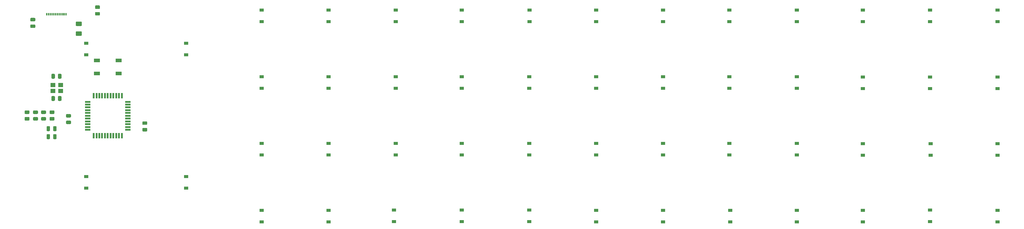
<source format=gbr>
G04 #@! TF.GenerationSoftware,KiCad,Pcbnew,(5.1.5)-3*
G04 #@! TF.CreationDate,2020-01-24T23:39:41-08:00*
G04 #@! TF.ProjectId,EUISOpcb,45554953-4f70-4636-922e-6b696361645f,rev?*
G04 #@! TF.SameCoordinates,Original*
G04 #@! TF.FileFunction,Paste,Bot*
G04 #@! TF.FilePolarity,Positive*
%FSLAX46Y46*%
G04 Gerber Fmt 4.6, Leading zero omitted, Abs format (unit mm)*
G04 Created by KiCad (PCBNEW (5.1.5)-3) date 2020-01-24 23:39:41*
%MOMM*%
%LPD*%
G04 APERTURE LIST*
%ADD10C,0.100000*%
%ADD11R,0.300000X0.700000*%
%ADD12R,1.400000X1.200000*%
%ADD13R,0.550000X1.500000*%
%ADD14R,1.500000X0.550000*%
%ADD15R,1.800000X1.100000*%
%ADD16R,1.200000X0.900000*%
G04 APERTURE END LIST*
D10*
G36*
X25668504Y-66048204D02*
G01*
X25692773Y-66051804D01*
X25716571Y-66057765D01*
X25739671Y-66066030D01*
X25761849Y-66076520D01*
X25782893Y-66089133D01*
X25802598Y-66103747D01*
X25820777Y-66120223D01*
X25837253Y-66138402D01*
X25851867Y-66158107D01*
X25864480Y-66179151D01*
X25874970Y-66201329D01*
X25883235Y-66224429D01*
X25889196Y-66248227D01*
X25892796Y-66272496D01*
X25894000Y-66297000D01*
X25894000Y-67047000D01*
X25892796Y-67071504D01*
X25889196Y-67095773D01*
X25883235Y-67119571D01*
X25874970Y-67142671D01*
X25864480Y-67164849D01*
X25851867Y-67185893D01*
X25837253Y-67205598D01*
X25820777Y-67223777D01*
X25802598Y-67240253D01*
X25782893Y-67254867D01*
X25761849Y-67267480D01*
X25739671Y-67277970D01*
X25716571Y-67286235D01*
X25692773Y-67292196D01*
X25668504Y-67295796D01*
X25644000Y-67297000D01*
X24394000Y-67297000D01*
X24369496Y-67295796D01*
X24345227Y-67292196D01*
X24321429Y-67286235D01*
X24298329Y-67277970D01*
X24276151Y-67267480D01*
X24255107Y-67254867D01*
X24235402Y-67240253D01*
X24217223Y-67223777D01*
X24200747Y-67205598D01*
X24186133Y-67185893D01*
X24173520Y-67164849D01*
X24163030Y-67142671D01*
X24154765Y-67119571D01*
X24148804Y-67095773D01*
X24145204Y-67071504D01*
X24144000Y-67047000D01*
X24144000Y-66297000D01*
X24145204Y-66272496D01*
X24148804Y-66248227D01*
X24154765Y-66224429D01*
X24163030Y-66201329D01*
X24173520Y-66179151D01*
X24186133Y-66158107D01*
X24200747Y-66138402D01*
X24217223Y-66120223D01*
X24235402Y-66103747D01*
X24255107Y-66089133D01*
X24276151Y-66076520D01*
X24298329Y-66066030D01*
X24321429Y-66057765D01*
X24345227Y-66051804D01*
X24369496Y-66048204D01*
X24394000Y-66047000D01*
X25644000Y-66047000D01*
X25668504Y-66048204D01*
G37*
G36*
X25668504Y-68848204D02*
G01*
X25692773Y-68851804D01*
X25716571Y-68857765D01*
X25739671Y-68866030D01*
X25761849Y-68876520D01*
X25782893Y-68889133D01*
X25802598Y-68903747D01*
X25820777Y-68920223D01*
X25837253Y-68938402D01*
X25851867Y-68958107D01*
X25864480Y-68979151D01*
X25874970Y-69001329D01*
X25883235Y-69024429D01*
X25889196Y-69048227D01*
X25892796Y-69072496D01*
X25894000Y-69097000D01*
X25894000Y-69847000D01*
X25892796Y-69871504D01*
X25889196Y-69895773D01*
X25883235Y-69919571D01*
X25874970Y-69942671D01*
X25864480Y-69964849D01*
X25851867Y-69985893D01*
X25837253Y-70005598D01*
X25820777Y-70023777D01*
X25802598Y-70040253D01*
X25782893Y-70054867D01*
X25761849Y-70067480D01*
X25739671Y-70077970D01*
X25716571Y-70086235D01*
X25692773Y-70092196D01*
X25668504Y-70095796D01*
X25644000Y-70097000D01*
X24394000Y-70097000D01*
X24369496Y-70095796D01*
X24345227Y-70092196D01*
X24321429Y-70086235D01*
X24298329Y-70077970D01*
X24276151Y-70067480D01*
X24255107Y-70054867D01*
X24235402Y-70040253D01*
X24217223Y-70023777D01*
X24200747Y-70005598D01*
X24186133Y-69985893D01*
X24173520Y-69964849D01*
X24163030Y-69942671D01*
X24154765Y-69919571D01*
X24148804Y-69895773D01*
X24145204Y-69871504D01*
X24144000Y-69847000D01*
X24144000Y-69097000D01*
X24145204Y-69072496D01*
X24148804Y-69048227D01*
X24154765Y-69024429D01*
X24163030Y-69001329D01*
X24173520Y-68979151D01*
X24186133Y-68958107D01*
X24200747Y-68938402D01*
X24217223Y-68920223D01*
X24235402Y-68903747D01*
X24255107Y-68889133D01*
X24276151Y-68876520D01*
X24298329Y-68866030D01*
X24321429Y-68857765D01*
X24345227Y-68851804D01*
X24369496Y-68848204D01*
X24394000Y-68847000D01*
X25644000Y-68847000D01*
X25668504Y-68848204D01*
G37*
D11*
X20919000Y-63948000D03*
X19419000Y-63948000D03*
X19919000Y-63948000D03*
X20419000Y-63948000D03*
X21419000Y-63948000D03*
X18919000Y-63948000D03*
X18419000Y-63948000D03*
X17919000Y-63948000D03*
X17419000Y-63948000D03*
X16919000Y-63948000D03*
X16419000Y-63948000D03*
X15919000Y-63948000D03*
D12*
X19853000Y-84152000D03*
X17653000Y-84152000D03*
X17653000Y-85852000D03*
X19853000Y-85852000D03*
D13*
X29274000Y-98664000D03*
X30074000Y-98664000D03*
X30874000Y-98664000D03*
X31674000Y-98664000D03*
X32474000Y-98664000D03*
X33274000Y-98664000D03*
X34074000Y-98664000D03*
X34874000Y-98664000D03*
X35674000Y-98664000D03*
X36474000Y-98664000D03*
X37274000Y-98664000D03*
D14*
X38974000Y-96964000D03*
X38974000Y-96164000D03*
X38974000Y-95364000D03*
X38974000Y-94564000D03*
X38974000Y-93764000D03*
X38974000Y-92964000D03*
X38974000Y-92164000D03*
X38974000Y-91364000D03*
X38974000Y-90564000D03*
X38974000Y-89764000D03*
X38974000Y-88964000D03*
D13*
X37274000Y-87264000D03*
X36474000Y-87264000D03*
X35674000Y-87264000D03*
X34874000Y-87264000D03*
X34074000Y-87264000D03*
X33274000Y-87264000D03*
X32474000Y-87264000D03*
X31674000Y-87264000D03*
X30874000Y-87264000D03*
X30074000Y-87264000D03*
X29274000Y-87264000D03*
D14*
X27574000Y-88964000D03*
X27574000Y-89764000D03*
X27574000Y-90564000D03*
X27574000Y-91364000D03*
X27574000Y-92164000D03*
X27574000Y-92964000D03*
X27574000Y-93764000D03*
X27574000Y-94564000D03*
X27574000Y-95364000D03*
X27574000Y-96164000D03*
X27574000Y-96964000D03*
D15*
X30174000Y-77144000D03*
X36374000Y-80844000D03*
X30174000Y-80844000D03*
X36374000Y-77144000D03*
D10*
G36*
X44295142Y-96463174D02*
G01*
X44318803Y-96466684D01*
X44342007Y-96472496D01*
X44364529Y-96480554D01*
X44386153Y-96490782D01*
X44406670Y-96503079D01*
X44425883Y-96517329D01*
X44443607Y-96533393D01*
X44459671Y-96551117D01*
X44473921Y-96570330D01*
X44486218Y-96590847D01*
X44496446Y-96612471D01*
X44504504Y-96634993D01*
X44510316Y-96658197D01*
X44513826Y-96681858D01*
X44515000Y-96705750D01*
X44515000Y-97193250D01*
X44513826Y-97217142D01*
X44510316Y-97240803D01*
X44504504Y-97264007D01*
X44496446Y-97286529D01*
X44486218Y-97308153D01*
X44473921Y-97328670D01*
X44459671Y-97347883D01*
X44443607Y-97365607D01*
X44425883Y-97381671D01*
X44406670Y-97395921D01*
X44386153Y-97408218D01*
X44364529Y-97418446D01*
X44342007Y-97426504D01*
X44318803Y-97432316D01*
X44295142Y-97435826D01*
X44271250Y-97437000D01*
X43358750Y-97437000D01*
X43334858Y-97435826D01*
X43311197Y-97432316D01*
X43287993Y-97426504D01*
X43265471Y-97418446D01*
X43243847Y-97408218D01*
X43223330Y-97395921D01*
X43204117Y-97381671D01*
X43186393Y-97365607D01*
X43170329Y-97347883D01*
X43156079Y-97328670D01*
X43143782Y-97308153D01*
X43133554Y-97286529D01*
X43125496Y-97264007D01*
X43119684Y-97240803D01*
X43116174Y-97217142D01*
X43115000Y-97193250D01*
X43115000Y-96705750D01*
X43116174Y-96681858D01*
X43119684Y-96658197D01*
X43125496Y-96634993D01*
X43133554Y-96612471D01*
X43143782Y-96590847D01*
X43156079Y-96570330D01*
X43170329Y-96551117D01*
X43186393Y-96533393D01*
X43204117Y-96517329D01*
X43223330Y-96503079D01*
X43243847Y-96490782D01*
X43265471Y-96480554D01*
X43287993Y-96472496D01*
X43311197Y-96466684D01*
X43334858Y-96463174D01*
X43358750Y-96462000D01*
X44271250Y-96462000D01*
X44295142Y-96463174D01*
G37*
G36*
X44295142Y-94588174D02*
G01*
X44318803Y-94591684D01*
X44342007Y-94597496D01*
X44364529Y-94605554D01*
X44386153Y-94615782D01*
X44406670Y-94628079D01*
X44425883Y-94642329D01*
X44443607Y-94658393D01*
X44459671Y-94676117D01*
X44473921Y-94695330D01*
X44486218Y-94715847D01*
X44496446Y-94737471D01*
X44504504Y-94759993D01*
X44510316Y-94783197D01*
X44513826Y-94806858D01*
X44515000Y-94830750D01*
X44515000Y-95318250D01*
X44513826Y-95342142D01*
X44510316Y-95365803D01*
X44504504Y-95389007D01*
X44496446Y-95411529D01*
X44486218Y-95433153D01*
X44473921Y-95453670D01*
X44459671Y-95472883D01*
X44443607Y-95490607D01*
X44425883Y-95506671D01*
X44406670Y-95520921D01*
X44386153Y-95533218D01*
X44364529Y-95543446D01*
X44342007Y-95551504D01*
X44318803Y-95557316D01*
X44295142Y-95560826D01*
X44271250Y-95562000D01*
X43358750Y-95562000D01*
X43334858Y-95560826D01*
X43311197Y-95557316D01*
X43287993Y-95551504D01*
X43265471Y-95543446D01*
X43243847Y-95533218D01*
X43223330Y-95520921D01*
X43204117Y-95506671D01*
X43186393Y-95490607D01*
X43170329Y-95472883D01*
X43156079Y-95453670D01*
X43143782Y-95433153D01*
X43133554Y-95411529D01*
X43125496Y-95389007D01*
X43119684Y-95365803D01*
X43116174Y-95342142D01*
X43115000Y-95318250D01*
X43115000Y-94830750D01*
X43116174Y-94806858D01*
X43119684Y-94783197D01*
X43125496Y-94759993D01*
X43133554Y-94737471D01*
X43143782Y-94715847D01*
X43156079Y-94695330D01*
X43170329Y-94676117D01*
X43186393Y-94658393D01*
X43204117Y-94642329D01*
X43223330Y-94628079D01*
X43243847Y-94615782D01*
X43265471Y-94605554D01*
X43287993Y-94597496D01*
X43311197Y-94591684D01*
X43334858Y-94588174D01*
X43358750Y-94587000D01*
X44271250Y-94587000D01*
X44295142Y-94588174D01*
G37*
G36*
X16602142Y-98234174D02*
G01*
X16625803Y-98237684D01*
X16649007Y-98243496D01*
X16671529Y-98251554D01*
X16693153Y-98261782D01*
X16713670Y-98274079D01*
X16732883Y-98288329D01*
X16750607Y-98304393D01*
X16766671Y-98322117D01*
X16780921Y-98341330D01*
X16793218Y-98361847D01*
X16803446Y-98383471D01*
X16811504Y-98405993D01*
X16817316Y-98429197D01*
X16820826Y-98452858D01*
X16822000Y-98476750D01*
X16822000Y-99389250D01*
X16820826Y-99413142D01*
X16817316Y-99436803D01*
X16811504Y-99460007D01*
X16803446Y-99482529D01*
X16793218Y-99504153D01*
X16780921Y-99524670D01*
X16766671Y-99543883D01*
X16750607Y-99561607D01*
X16732883Y-99577671D01*
X16713670Y-99591921D01*
X16693153Y-99604218D01*
X16671529Y-99614446D01*
X16649007Y-99622504D01*
X16625803Y-99628316D01*
X16602142Y-99631826D01*
X16578250Y-99633000D01*
X16090750Y-99633000D01*
X16066858Y-99631826D01*
X16043197Y-99628316D01*
X16019993Y-99622504D01*
X15997471Y-99614446D01*
X15975847Y-99604218D01*
X15955330Y-99591921D01*
X15936117Y-99577671D01*
X15918393Y-99561607D01*
X15902329Y-99543883D01*
X15888079Y-99524670D01*
X15875782Y-99504153D01*
X15865554Y-99482529D01*
X15857496Y-99460007D01*
X15851684Y-99436803D01*
X15848174Y-99413142D01*
X15847000Y-99389250D01*
X15847000Y-98476750D01*
X15848174Y-98452858D01*
X15851684Y-98429197D01*
X15857496Y-98405993D01*
X15865554Y-98383471D01*
X15875782Y-98361847D01*
X15888079Y-98341330D01*
X15902329Y-98322117D01*
X15918393Y-98304393D01*
X15936117Y-98288329D01*
X15955330Y-98274079D01*
X15975847Y-98261782D01*
X15997471Y-98251554D01*
X16019993Y-98243496D01*
X16043197Y-98237684D01*
X16066858Y-98234174D01*
X16090750Y-98233000D01*
X16578250Y-98233000D01*
X16602142Y-98234174D01*
G37*
G36*
X18477142Y-98234174D02*
G01*
X18500803Y-98237684D01*
X18524007Y-98243496D01*
X18546529Y-98251554D01*
X18568153Y-98261782D01*
X18588670Y-98274079D01*
X18607883Y-98288329D01*
X18625607Y-98304393D01*
X18641671Y-98322117D01*
X18655921Y-98341330D01*
X18668218Y-98361847D01*
X18678446Y-98383471D01*
X18686504Y-98405993D01*
X18692316Y-98429197D01*
X18695826Y-98452858D01*
X18697000Y-98476750D01*
X18697000Y-99389250D01*
X18695826Y-99413142D01*
X18692316Y-99436803D01*
X18686504Y-99460007D01*
X18678446Y-99482529D01*
X18668218Y-99504153D01*
X18655921Y-99524670D01*
X18641671Y-99543883D01*
X18625607Y-99561607D01*
X18607883Y-99577671D01*
X18588670Y-99591921D01*
X18568153Y-99604218D01*
X18546529Y-99614446D01*
X18524007Y-99622504D01*
X18500803Y-99628316D01*
X18477142Y-99631826D01*
X18453250Y-99633000D01*
X17965750Y-99633000D01*
X17941858Y-99631826D01*
X17918197Y-99628316D01*
X17894993Y-99622504D01*
X17872471Y-99614446D01*
X17850847Y-99604218D01*
X17830330Y-99591921D01*
X17811117Y-99577671D01*
X17793393Y-99561607D01*
X17777329Y-99543883D01*
X17763079Y-99524670D01*
X17750782Y-99504153D01*
X17740554Y-99482529D01*
X17732496Y-99460007D01*
X17726684Y-99436803D01*
X17723174Y-99413142D01*
X17722000Y-99389250D01*
X17722000Y-98476750D01*
X17723174Y-98452858D01*
X17726684Y-98429197D01*
X17732496Y-98405993D01*
X17740554Y-98383471D01*
X17750782Y-98361847D01*
X17763079Y-98341330D01*
X17777329Y-98322117D01*
X17793393Y-98304393D01*
X17811117Y-98288329D01*
X17830330Y-98274079D01*
X17850847Y-98261782D01*
X17872471Y-98251554D01*
X17894993Y-98243496D01*
X17918197Y-98237684D01*
X17941858Y-98234174D01*
X17965750Y-98233000D01*
X18453250Y-98233000D01*
X18477142Y-98234174D01*
G37*
G36*
X16602142Y-95948174D02*
G01*
X16625803Y-95951684D01*
X16649007Y-95957496D01*
X16671529Y-95965554D01*
X16693153Y-95975782D01*
X16713670Y-95988079D01*
X16732883Y-96002329D01*
X16750607Y-96018393D01*
X16766671Y-96036117D01*
X16780921Y-96055330D01*
X16793218Y-96075847D01*
X16803446Y-96097471D01*
X16811504Y-96119993D01*
X16817316Y-96143197D01*
X16820826Y-96166858D01*
X16822000Y-96190750D01*
X16822000Y-97103250D01*
X16820826Y-97127142D01*
X16817316Y-97150803D01*
X16811504Y-97174007D01*
X16803446Y-97196529D01*
X16793218Y-97218153D01*
X16780921Y-97238670D01*
X16766671Y-97257883D01*
X16750607Y-97275607D01*
X16732883Y-97291671D01*
X16713670Y-97305921D01*
X16693153Y-97318218D01*
X16671529Y-97328446D01*
X16649007Y-97336504D01*
X16625803Y-97342316D01*
X16602142Y-97345826D01*
X16578250Y-97347000D01*
X16090750Y-97347000D01*
X16066858Y-97345826D01*
X16043197Y-97342316D01*
X16019993Y-97336504D01*
X15997471Y-97328446D01*
X15975847Y-97318218D01*
X15955330Y-97305921D01*
X15936117Y-97291671D01*
X15918393Y-97275607D01*
X15902329Y-97257883D01*
X15888079Y-97238670D01*
X15875782Y-97218153D01*
X15865554Y-97196529D01*
X15857496Y-97174007D01*
X15851684Y-97150803D01*
X15848174Y-97127142D01*
X15847000Y-97103250D01*
X15847000Y-96190750D01*
X15848174Y-96166858D01*
X15851684Y-96143197D01*
X15857496Y-96119993D01*
X15865554Y-96097471D01*
X15875782Y-96075847D01*
X15888079Y-96055330D01*
X15902329Y-96036117D01*
X15918393Y-96018393D01*
X15936117Y-96002329D01*
X15955330Y-95988079D01*
X15975847Y-95975782D01*
X15997471Y-95965554D01*
X16019993Y-95957496D01*
X16043197Y-95951684D01*
X16066858Y-95948174D01*
X16090750Y-95947000D01*
X16578250Y-95947000D01*
X16602142Y-95948174D01*
G37*
G36*
X18477142Y-95948174D02*
G01*
X18500803Y-95951684D01*
X18524007Y-95957496D01*
X18546529Y-95965554D01*
X18568153Y-95975782D01*
X18588670Y-95988079D01*
X18607883Y-96002329D01*
X18625607Y-96018393D01*
X18641671Y-96036117D01*
X18655921Y-96055330D01*
X18668218Y-96075847D01*
X18678446Y-96097471D01*
X18686504Y-96119993D01*
X18692316Y-96143197D01*
X18695826Y-96166858D01*
X18697000Y-96190750D01*
X18697000Y-97103250D01*
X18695826Y-97127142D01*
X18692316Y-97150803D01*
X18686504Y-97174007D01*
X18678446Y-97196529D01*
X18668218Y-97218153D01*
X18655921Y-97238670D01*
X18641671Y-97257883D01*
X18625607Y-97275607D01*
X18607883Y-97291671D01*
X18588670Y-97305921D01*
X18568153Y-97318218D01*
X18546529Y-97328446D01*
X18524007Y-97336504D01*
X18500803Y-97342316D01*
X18477142Y-97345826D01*
X18453250Y-97347000D01*
X17965750Y-97347000D01*
X17941858Y-97345826D01*
X17918197Y-97342316D01*
X17894993Y-97336504D01*
X17872471Y-97328446D01*
X17850847Y-97318218D01*
X17830330Y-97305921D01*
X17811117Y-97291671D01*
X17793393Y-97275607D01*
X17777329Y-97257883D01*
X17763079Y-97238670D01*
X17750782Y-97218153D01*
X17740554Y-97196529D01*
X17732496Y-97174007D01*
X17726684Y-97150803D01*
X17723174Y-97127142D01*
X17722000Y-97103250D01*
X17722000Y-96190750D01*
X17723174Y-96166858D01*
X17726684Y-96143197D01*
X17732496Y-96119993D01*
X17740554Y-96097471D01*
X17750782Y-96075847D01*
X17763079Y-96055330D01*
X17777329Y-96036117D01*
X17793393Y-96018393D01*
X17811117Y-96002329D01*
X17830330Y-95988079D01*
X17850847Y-95975782D01*
X17872471Y-95965554D01*
X17894993Y-95957496D01*
X17918197Y-95951684D01*
X17941858Y-95948174D01*
X17965750Y-95947000D01*
X18453250Y-95947000D01*
X18477142Y-95948174D01*
G37*
G36*
X30833142Y-61441174D02*
G01*
X30856803Y-61444684D01*
X30880007Y-61450496D01*
X30902529Y-61458554D01*
X30924153Y-61468782D01*
X30944670Y-61481079D01*
X30963883Y-61495329D01*
X30981607Y-61511393D01*
X30997671Y-61529117D01*
X31011921Y-61548330D01*
X31024218Y-61568847D01*
X31034446Y-61590471D01*
X31042504Y-61612993D01*
X31048316Y-61636197D01*
X31051826Y-61659858D01*
X31053000Y-61683750D01*
X31053000Y-62171250D01*
X31051826Y-62195142D01*
X31048316Y-62218803D01*
X31042504Y-62242007D01*
X31034446Y-62264529D01*
X31024218Y-62286153D01*
X31011921Y-62306670D01*
X30997671Y-62325883D01*
X30981607Y-62343607D01*
X30963883Y-62359671D01*
X30944670Y-62373921D01*
X30924153Y-62386218D01*
X30902529Y-62396446D01*
X30880007Y-62404504D01*
X30856803Y-62410316D01*
X30833142Y-62413826D01*
X30809250Y-62415000D01*
X29896750Y-62415000D01*
X29872858Y-62413826D01*
X29849197Y-62410316D01*
X29825993Y-62404504D01*
X29803471Y-62396446D01*
X29781847Y-62386218D01*
X29761330Y-62373921D01*
X29742117Y-62359671D01*
X29724393Y-62343607D01*
X29708329Y-62325883D01*
X29694079Y-62306670D01*
X29681782Y-62286153D01*
X29671554Y-62264529D01*
X29663496Y-62242007D01*
X29657684Y-62218803D01*
X29654174Y-62195142D01*
X29653000Y-62171250D01*
X29653000Y-61683750D01*
X29654174Y-61659858D01*
X29657684Y-61636197D01*
X29663496Y-61612993D01*
X29671554Y-61590471D01*
X29681782Y-61568847D01*
X29694079Y-61548330D01*
X29708329Y-61529117D01*
X29724393Y-61511393D01*
X29742117Y-61495329D01*
X29761330Y-61481079D01*
X29781847Y-61468782D01*
X29803471Y-61458554D01*
X29825993Y-61450496D01*
X29849197Y-61444684D01*
X29872858Y-61441174D01*
X29896750Y-61440000D01*
X30809250Y-61440000D01*
X30833142Y-61441174D01*
G37*
G36*
X30833142Y-63316174D02*
G01*
X30856803Y-63319684D01*
X30880007Y-63325496D01*
X30902529Y-63333554D01*
X30924153Y-63343782D01*
X30944670Y-63356079D01*
X30963883Y-63370329D01*
X30981607Y-63386393D01*
X30997671Y-63404117D01*
X31011921Y-63423330D01*
X31024218Y-63443847D01*
X31034446Y-63465471D01*
X31042504Y-63487993D01*
X31048316Y-63511197D01*
X31051826Y-63534858D01*
X31053000Y-63558750D01*
X31053000Y-64046250D01*
X31051826Y-64070142D01*
X31048316Y-64093803D01*
X31042504Y-64117007D01*
X31034446Y-64139529D01*
X31024218Y-64161153D01*
X31011921Y-64181670D01*
X30997671Y-64200883D01*
X30981607Y-64218607D01*
X30963883Y-64234671D01*
X30944670Y-64248921D01*
X30924153Y-64261218D01*
X30902529Y-64271446D01*
X30880007Y-64279504D01*
X30856803Y-64285316D01*
X30833142Y-64288826D01*
X30809250Y-64290000D01*
X29896750Y-64290000D01*
X29872858Y-64288826D01*
X29849197Y-64285316D01*
X29825993Y-64279504D01*
X29803471Y-64271446D01*
X29781847Y-64261218D01*
X29761330Y-64248921D01*
X29742117Y-64234671D01*
X29724393Y-64218607D01*
X29708329Y-64200883D01*
X29694079Y-64181670D01*
X29681782Y-64161153D01*
X29671554Y-64139529D01*
X29663496Y-64117007D01*
X29657684Y-64093803D01*
X29654174Y-64070142D01*
X29653000Y-64046250D01*
X29653000Y-63558750D01*
X29654174Y-63534858D01*
X29657684Y-63511197D01*
X29663496Y-63487993D01*
X29671554Y-63465471D01*
X29681782Y-63443847D01*
X29694079Y-63423330D01*
X29708329Y-63404117D01*
X29724393Y-63386393D01*
X29742117Y-63370329D01*
X29761330Y-63356079D01*
X29781847Y-63343782D01*
X29803471Y-63333554D01*
X29825993Y-63325496D01*
X29849197Y-63319684D01*
X29872858Y-63316174D01*
X29896750Y-63315000D01*
X30809250Y-63315000D01*
X30833142Y-63316174D01*
G37*
G36*
X12418142Y-66872174D02*
G01*
X12441803Y-66875684D01*
X12465007Y-66881496D01*
X12487529Y-66889554D01*
X12509153Y-66899782D01*
X12529670Y-66912079D01*
X12548883Y-66926329D01*
X12566607Y-66942393D01*
X12582671Y-66960117D01*
X12596921Y-66979330D01*
X12609218Y-66999847D01*
X12619446Y-67021471D01*
X12627504Y-67043993D01*
X12633316Y-67067197D01*
X12636826Y-67090858D01*
X12638000Y-67114750D01*
X12638000Y-67602250D01*
X12636826Y-67626142D01*
X12633316Y-67649803D01*
X12627504Y-67673007D01*
X12619446Y-67695529D01*
X12609218Y-67717153D01*
X12596921Y-67737670D01*
X12582671Y-67756883D01*
X12566607Y-67774607D01*
X12548883Y-67790671D01*
X12529670Y-67804921D01*
X12509153Y-67817218D01*
X12487529Y-67827446D01*
X12465007Y-67835504D01*
X12441803Y-67841316D01*
X12418142Y-67844826D01*
X12394250Y-67846000D01*
X11481750Y-67846000D01*
X11457858Y-67844826D01*
X11434197Y-67841316D01*
X11410993Y-67835504D01*
X11388471Y-67827446D01*
X11366847Y-67817218D01*
X11346330Y-67804921D01*
X11327117Y-67790671D01*
X11309393Y-67774607D01*
X11293329Y-67756883D01*
X11279079Y-67737670D01*
X11266782Y-67717153D01*
X11256554Y-67695529D01*
X11248496Y-67673007D01*
X11242684Y-67649803D01*
X11239174Y-67626142D01*
X11238000Y-67602250D01*
X11238000Y-67114750D01*
X11239174Y-67090858D01*
X11242684Y-67067197D01*
X11248496Y-67043993D01*
X11256554Y-67021471D01*
X11266782Y-66999847D01*
X11279079Y-66979330D01*
X11293329Y-66960117D01*
X11309393Y-66942393D01*
X11327117Y-66926329D01*
X11346330Y-66912079D01*
X11366847Y-66899782D01*
X11388471Y-66889554D01*
X11410993Y-66881496D01*
X11434197Y-66875684D01*
X11457858Y-66872174D01*
X11481750Y-66871000D01*
X12394250Y-66871000D01*
X12418142Y-66872174D01*
G37*
G36*
X12418142Y-64997174D02*
G01*
X12441803Y-65000684D01*
X12465007Y-65006496D01*
X12487529Y-65014554D01*
X12509153Y-65024782D01*
X12529670Y-65037079D01*
X12548883Y-65051329D01*
X12566607Y-65067393D01*
X12582671Y-65085117D01*
X12596921Y-65104330D01*
X12609218Y-65124847D01*
X12619446Y-65146471D01*
X12627504Y-65168993D01*
X12633316Y-65192197D01*
X12636826Y-65215858D01*
X12638000Y-65239750D01*
X12638000Y-65727250D01*
X12636826Y-65751142D01*
X12633316Y-65774803D01*
X12627504Y-65798007D01*
X12619446Y-65820529D01*
X12609218Y-65842153D01*
X12596921Y-65862670D01*
X12582671Y-65881883D01*
X12566607Y-65899607D01*
X12548883Y-65915671D01*
X12529670Y-65929921D01*
X12509153Y-65942218D01*
X12487529Y-65952446D01*
X12465007Y-65960504D01*
X12441803Y-65966316D01*
X12418142Y-65969826D01*
X12394250Y-65971000D01*
X11481750Y-65971000D01*
X11457858Y-65969826D01*
X11434197Y-65966316D01*
X11410993Y-65960504D01*
X11388471Y-65952446D01*
X11366847Y-65942218D01*
X11346330Y-65929921D01*
X11327117Y-65915671D01*
X11309393Y-65899607D01*
X11293329Y-65881883D01*
X11279079Y-65862670D01*
X11266782Y-65842153D01*
X11256554Y-65820529D01*
X11248496Y-65798007D01*
X11242684Y-65774803D01*
X11239174Y-65751142D01*
X11238000Y-65727250D01*
X11238000Y-65239750D01*
X11239174Y-65215858D01*
X11242684Y-65192197D01*
X11248496Y-65168993D01*
X11256554Y-65146471D01*
X11266782Y-65124847D01*
X11279079Y-65104330D01*
X11293329Y-65085117D01*
X11309393Y-65067393D01*
X11327117Y-65051329D01*
X11346330Y-65037079D01*
X11366847Y-65024782D01*
X11388471Y-65014554D01*
X11410993Y-65006496D01*
X11434197Y-65000684D01*
X11457858Y-64997174D01*
X11481750Y-64996000D01*
X12394250Y-64996000D01*
X12418142Y-64997174D01*
G37*
D16*
X286639000Y-120016000D03*
X286639000Y-123316000D03*
X267462000Y-119889000D03*
X267462000Y-123189000D03*
X248285000Y-120016000D03*
X248285000Y-123316000D03*
X229489000Y-120016000D03*
X229489000Y-123316000D03*
X210566000Y-120016000D03*
X210566000Y-123316000D03*
X191389000Y-120016000D03*
X191389000Y-123316000D03*
X172339000Y-120016000D03*
X172339000Y-123316000D03*
X153289000Y-119889000D03*
X153289000Y-123189000D03*
X134112000Y-119889000D03*
X134112000Y-123189000D03*
X114808000Y-119889000D03*
X114808000Y-123189000D03*
X96139000Y-120016000D03*
X96139000Y-123316000D03*
X77089000Y-120016000D03*
X77089000Y-123316000D03*
X286639000Y-100966000D03*
X286639000Y-104266000D03*
X267589000Y-100966000D03*
X267589000Y-104266000D03*
X248285000Y-100966000D03*
X248285000Y-104266000D03*
X229489000Y-100839000D03*
X229489000Y-104139000D03*
X210312000Y-100839000D03*
X210312000Y-104139000D03*
X191389000Y-100839000D03*
X191389000Y-104139000D03*
X172339000Y-100839000D03*
X172339000Y-104139000D03*
X153289000Y-100839000D03*
X153289000Y-104139000D03*
X134112000Y-100839000D03*
X134112000Y-104139000D03*
X115316000Y-100839000D03*
X115316000Y-104139000D03*
X96139000Y-100839000D03*
X96139000Y-104139000D03*
X77089000Y-100839000D03*
X77089000Y-104139000D03*
X55626000Y-110364000D03*
X55626000Y-113664000D03*
X27178000Y-110364000D03*
X27178000Y-113664000D03*
X286639000Y-81916000D03*
X286639000Y-85216000D03*
X267462000Y-81916000D03*
X267462000Y-85216000D03*
X248285000Y-81916000D03*
X248285000Y-85216000D03*
X229489000Y-81789000D03*
X229489000Y-85089000D03*
X210312000Y-81789000D03*
X210312000Y-85089000D03*
X191389000Y-81789000D03*
X191389000Y-85089000D03*
X172339000Y-81789000D03*
X172339000Y-85089000D03*
X153289000Y-81789000D03*
X153289000Y-85089000D03*
X134112000Y-81789000D03*
X134112000Y-85089000D03*
X115316000Y-81789000D03*
X115316000Y-85089000D03*
X96139000Y-81789000D03*
X96139000Y-85089000D03*
X77089000Y-81789000D03*
X77089000Y-85089000D03*
X55626000Y-72264000D03*
X55626000Y-75564000D03*
X27178000Y-72264000D03*
X27178000Y-75564000D03*
X286639000Y-62739000D03*
X286639000Y-66039000D03*
X267462000Y-62739000D03*
X267462000Y-66039000D03*
X248285000Y-62739000D03*
X248285000Y-66039000D03*
X229489000Y-62739000D03*
X229489000Y-66039000D03*
X210312000Y-62739000D03*
X210312000Y-66039000D03*
X191389000Y-62739000D03*
X191389000Y-66039000D03*
X172339000Y-62739000D03*
X172339000Y-66039000D03*
X153416000Y-62739000D03*
X153416000Y-66039000D03*
X134112000Y-62739000D03*
X134112000Y-66039000D03*
X115316000Y-62739000D03*
X115316000Y-66039000D03*
X96139000Y-62739000D03*
X96139000Y-66039000D03*
X77089000Y-62739000D03*
X77089000Y-66039000D03*
D10*
G36*
X10767142Y-91461674D02*
G01*
X10790803Y-91465184D01*
X10814007Y-91470996D01*
X10836529Y-91479054D01*
X10858153Y-91489282D01*
X10878670Y-91501579D01*
X10897883Y-91515829D01*
X10915607Y-91531893D01*
X10931671Y-91549617D01*
X10945921Y-91568830D01*
X10958218Y-91589347D01*
X10968446Y-91610971D01*
X10976504Y-91633493D01*
X10982316Y-91656697D01*
X10985826Y-91680358D01*
X10987000Y-91704250D01*
X10987000Y-92191750D01*
X10985826Y-92215642D01*
X10982316Y-92239303D01*
X10976504Y-92262507D01*
X10968446Y-92285029D01*
X10958218Y-92306653D01*
X10945921Y-92327170D01*
X10931671Y-92346383D01*
X10915607Y-92364107D01*
X10897883Y-92380171D01*
X10878670Y-92394421D01*
X10858153Y-92406718D01*
X10836529Y-92416946D01*
X10814007Y-92425004D01*
X10790803Y-92430816D01*
X10767142Y-92434326D01*
X10743250Y-92435500D01*
X9830750Y-92435500D01*
X9806858Y-92434326D01*
X9783197Y-92430816D01*
X9759993Y-92425004D01*
X9737471Y-92416946D01*
X9715847Y-92406718D01*
X9695330Y-92394421D01*
X9676117Y-92380171D01*
X9658393Y-92364107D01*
X9642329Y-92346383D01*
X9628079Y-92327170D01*
X9615782Y-92306653D01*
X9605554Y-92285029D01*
X9597496Y-92262507D01*
X9591684Y-92239303D01*
X9588174Y-92215642D01*
X9587000Y-92191750D01*
X9587000Y-91704250D01*
X9588174Y-91680358D01*
X9591684Y-91656697D01*
X9597496Y-91633493D01*
X9605554Y-91610971D01*
X9615782Y-91589347D01*
X9628079Y-91568830D01*
X9642329Y-91549617D01*
X9658393Y-91531893D01*
X9676117Y-91515829D01*
X9695330Y-91501579D01*
X9715847Y-91489282D01*
X9737471Y-91479054D01*
X9759993Y-91470996D01*
X9783197Y-91465184D01*
X9806858Y-91461674D01*
X9830750Y-91460500D01*
X10743250Y-91460500D01*
X10767142Y-91461674D01*
G37*
G36*
X10767142Y-93336674D02*
G01*
X10790803Y-93340184D01*
X10814007Y-93345996D01*
X10836529Y-93354054D01*
X10858153Y-93364282D01*
X10878670Y-93376579D01*
X10897883Y-93390829D01*
X10915607Y-93406893D01*
X10931671Y-93424617D01*
X10945921Y-93443830D01*
X10958218Y-93464347D01*
X10968446Y-93485971D01*
X10976504Y-93508493D01*
X10982316Y-93531697D01*
X10985826Y-93555358D01*
X10987000Y-93579250D01*
X10987000Y-94066750D01*
X10985826Y-94090642D01*
X10982316Y-94114303D01*
X10976504Y-94137507D01*
X10968446Y-94160029D01*
X10958218Y-94181653D01*
X10945921Y-94202170D01*
X10931671Y-94221383D01*
X10915607Y-94239107D01*
X10897883Y-94255171D01*
X10878670Y-94269421D01*
X10858153Y-94281718D01*
X10836529Y-94291946D01*
X10814007Y-94300004D01*
X10790803Y-94305816D01*
X10767142Y-94309326D01*
X10743250Y-94310500D01*
X9830750Y-94310500D01*
X9806858Y-94309326D01*
X9783197Y-94305816D01*
X9759993Y-94300004D01*
X9737471Y-94291946D01*
X9715847Y-94281718D01*
X9695330Y-94269421D01*
X9676117Y-94255171D01*
X9658393Y-94239107D01*
X9642329Y-94221383D01*
X9628079Y-94202170D01*
X9615782Y-94181653D01*
X9605554Y-94160029D01*
X9597496Y-94137507D01*
X9591684Y-94114303D01*
X9588174Y-94090642D01*
X9587000Y-94066750D01*
X9587000Y-93579250D01*
X9588174Y-93555358D01*
X9591684Y-93531697D01*
X9597496Y-93508493D01*
X9605554Y-93485971D01*
X9615782Y-93464347D01*
X9628079Y-93443830D01*
X9642329Y-93424617D01*
X9658393Y-93406893D01*
X9676117Y-93390829D01*
X9695330Y-93376579D01*
X9715847Y-93364282D01*
X9737471Y-93354054D01*
X9759993Y-93345996D01*
X9783197Y-93340184D01*
X9806858Y-93336674D01*
X9830750Y-93335500D01*
X10743250Y-93335500D01*
X10767142Y-93336674D01*
G37*
G36*
X15466142Y-91461674D02*
G01*
X15489803Y-91465184D01*
X15513007Y-91470996D01*
X15535529Y-91479054D01*
X15557153Y-91489282D01*
X15577670Y-91501579D01*
X15596883Y-91515829D01*
X15614607Y-91531893D01*
X15630671Y-91549617D01*
X15644921Y-91568830D01*
X15657218Y-91589347D01*
X15667446Y-91610971D01*
X15675504Y-91633493D01*
X15681316Y-91656697D01*
X15684826Y-91680358D01*
X15686000Y-91704250D01*
X15686000Y-92191750D01*
X15684826Y-92215642D01*
X15681316Y-92239303D01*
X15675504Y-92262507D01*
X15667446Y-92285029D01*
X15657218Y-92306653D01*
X15644921Y-92327170D01*
X15630671Y-92346383D01*
X15614607Y-92364107D01*
X15596883Y-92380171D01*
X15577670Y-92394421D01*
X15557153Y-92406718D01*
X15535529Y-92416946D01*
X15513007Y-92425004D01*
X15489803Y-92430816D01*
X15466142Y-92434326D01*
X15442250Y-92435500D01*
X14529750Y-92435500D01*
X14505858Y-92434326D01*
X14482197Y-92430816D01*
X14458993Y-92425004D01*
X14436471Y-92416946D01*
X14414847Y-92406718D01*
X14394330Y-92394421D01*
X14375117Y-92380171D01*
X14357393Y-92364107D01*
X14341329Y-92346383D01*
X14327079Y-92327170D01*
X14314782Y-92306653D01*
X14304554Y-92285029D01*
X14296496Y-92262507D01*
X14290684Y-92239303D01*
X14287174Y-92215642D01*
X14286000Y-92191750D01*
X14286000Y-91704250D01*
X14287174Y-91680358D01*
X14290684Y-91656697D01*
X14296496Y-91633493D01*
X14304554Y-91610971D01*
X14314782Y-91589347D01*
X14327079Y-91568830D01*
X14341329Y-91549617D01*
X14357393Y-91531893D01*
X14375117Y-91515829D01*
X14394330Y-91501579D01*
X14414847Y-91489282D01*
X14436471Y-91479054D01*
X14458993Y-91470996D01*
X14482197Y-91465184D01*
X14505858Y-91461674D01*
X14529750Y-91460500D01*
X15442250Y-91460500D01*
X15466142Y-91461674D01*
G37*
G36*
X15466142Y-93336674D02*
G01*
X15489803Y-93340184D01*
X15513007Y-93345996D01*
X15535529Y-93354054D01*
X15557153Y-93364282D01*
X15577670Y-93376579D01*
X15596883Y-93390829D01*
X15614607Y-93406893D01*
X15630671Y-93424617D01*
X15644921Y-93443830D01*
X15657218Y-93464347D01*
X15667446Y-93485971D01*
X15675504Y-93508493D01*
X15681316Y-93531697D01*
X15684826Y-93555358D01*
X15686000Y-93579250D01*
X15686000Y-94066750D01*
X15684826Y-94090642D01*
X15681316Y-94114303D01*
X15675504Y-94137507D01*
X15667446Y-94160029D01*
X15657218Y-94181653D01*
X15644921Y-94202170D01*
X15630671Y-94221383D01*
X15614607Y-94239107D01*
X15596883Y-94255171D01*
X15577670Y-94269421D01*
X15557153Y-94281718D01*
X15535529Y-94291946D01*
X15513007Y-94300004D01*
X15489803Y-94305816D01*
X15466142Y-94309326D01*
X15442250Y-94310500D01*
X14529750Y-94310500D01*
X14505858Y-94309326D01*
X14482197Y-94305816D01*
X14458993Y-94300004D01*
X14436471Y-94291946D01*
X14414847Y-94281718D01*
X14394330Y-94269421D01*
X14375117Y-94255171D01*
X14357393Y-94239107D01*
X14341329Y-94221383D01*
X14327079Y-94202170D01*
X14314782Y-94181653D01*
X14304554Y-94160029D01*
X14296496Y-94137507D01*
X14290684Y-94114303D01*
X14287174Y-94090642D01*
X14286000Y-94066750D01*
X14286000Y-93579250D01*
X14287174Y-93555358D01*
X14290684Y-93531697D01*
X14296496Y-93508493D01*
X14304554Y-93485971D01*
X14314782Y-93464347D01*
X14327079Y-93443830D01*
X14341329Y-93424617D01*
X14357393Y-93406893D01*
X14375117Y-93390829D01*
X14394330Y-93376579D01*
X14414847Y-93364282D01*
X14436471Y-93354054D01*
X14458993Y-93345996D01*
X14482197Y-93340184D01*
X14505858Y-93336674D01*
X14529750Y-93335500D01*
X15442250Y-93335500D01*
X15466142Y-93336674D01*
G37*
G36*
X17879142Y-91461674D02*
G01*
X17902803Y-91465184D01*
X17926007Y-91470996D01*
X17948529Y-91479054D01*
X17970153Y-91489282D01*
X17990670Y-91501579D01*
X18009883Y-91515829D01*
X18027607Y-91531893D01*
X18043671Y-91549617D01*
X18057921Y-91568830D01*
X18070218Y-91589347D01*
X18080446Y-91610971D01*
X18088504Y-91633493D01*
X18094316Y-91656697D01*
X18097826Y-91680358D01*
X18099000Y-91704250D01*
X18099000Y-92191750D01*
X18097826Y-92215642D01*
X18094316Y-92239303D01*
X18088504Y-92262507D01*
X18080446Y-92285029D01*
X18070218Y-92306653D01*
X18057921Y-92327170D01*
X18043671Y-92346383D01*
X18027607Y-92364107D01*
X18009883Y-92380171D01*
X17990670Y-92394421D01*
X17970153Y-92406718D01*
X17948529Y-92416946D01*
X17926007Y-92425004D01*
X17902803Y-92430816D01*
X17879142Y-92434326D01*
X17855250Y-92435500D01*
X16942750Y-92435500D01*
X16918858Y-92434326D01*
X16895197Y-92430816D01*
X16871993Y-92425004D01*
X16849471Y-92416946D01*
X16827847Y-92406718D01*
X16807330Y-92394421D01*
X16788117Y-92380171D01*
X16770393Y-92364107D01*
X16754329Y-92346383D01*
X16740079Y-92327170D01*
X16727782Y-92306653D01*
X16717554Y-92285029D01*
X16709496Y-92262507D01*
X16703684Y-92239303D01*
X16700174Y-92215642D01*
X16699000Y-92191750D01*
X16699000Y-91704250D01*
X16700174Y-91680358D01*
X16703684Y-91656697D01*
X16709496Y-91633493D01*
X16717554Y-91610971D01*
X16727782Y-91589347D01*
X16740079Y-91568830D01*
X16754329Y-91549617D01*
X16770393Y-91531893D01*
X16788117Y-91515829D01*
X16807330Y-91501579D01*
X16827847Y-91489282D01*
X16849471Y-91479054D01*
X16871993Y-91470996D01*
X16895197Y-91465184D01*
X16918858Y-91461674D01*
X16942750Y-91460500D01*
X17855250Y-91460500D01*
X17879142Y-91461674D01*
G37*
G36*
X17879142Y-93336674D02*
G01*
X17902803Y-93340184D01*
X17926007Y-93345996D01*
X17948529Y-93354054D01*
X17970153Y-93364282D01*
X17990670Y-93376579D01*
X18009883Y-93390829D01*
X18027607Y-93406893D01*
X18043671Y-93424617D01*
X18057921Y-93443830D01*
X18070218Y-93464347D01*
X18080446Y-93485971D01*
X18088504Y-93508493D01*
X18094316Y-93531697D01*
X18097826Y-93555358D01*
X18099000Y-93579250D01*
X18099000Y-94066750D01*
X18097826Y-94090642D01*
X18094316Y-94114303D01*
X18088504Y-94137507D01*
X18080446Y-94160029D01*
X18070218Y-94181653D01*
X18057921Y-94202170D01*
X18043671Y-94221383D01*
X18027607Y-94239107D01*
X18009883Y-94255171D01*
X17990670Y-94269421D01*
X17970153Y-94281718D01*
X17948529Y-94291946D01*
X17926007Y-94300004D01*
X17902803Y-94305816D01*
X17879142Y-94309326D01*
X17855250Y-94310500D01*
X16942750Y-94310500D01*
X16918858Y-94309326D01*
X16895197Y-94305816D01*
X16871993Y-94300004D01*
X16849471Y-94291946D01*
X16827847Y-94281718D01*
X16807330Y-94269421D01*
X16788117Y-94255171D01*
X16770393Y-94239107D01*
X16754329Y-94221383D01*
X16740079Y-94202170D01*
X16727782Y-94181653D01*
X16717554Y-94160029D01*
X16709496Y-94137507D01*
X16703684Y-94114303D01*
X16700174Y-94090642D01*
X16699000Y-94066750D01*
X16699000Y-93579250D01*
X16700174Y-93555358D01*
X16703684Y-93531697D01*
X16709496Y-93508493D01*
X16717554Y-93485971D01*
X16727782Y-93464347D01*
X16740079Y-93443830D01*
X16754329Y-93424617D01*
X16770393Y-93406893D01*
X16788117Y-93390829D01*
X16807330Y-93376579D01*
X16827847Y-93364282D01*
X16849471Y-93354054D01*
X16871993Y-93345996D01*
X16895197Y-93340184D01*
X16918858Y-93336674D01*
X16942750Y-93335500D01*
X17855250Y-93335500D01*
X17879142Y-93336674D01*
G37*
G36*
X13180142Y-93336674D02*
G01*
X13203803Y-93340184D01*
X13227007Y-93345996D01*
X13249529Y-93354054D01*
X13271153Y-93364282D01*
X13291670Y-93376579D01*
X13310883Y-93390829D01*
X13328607Y-93406893D01*
X13344671Y-93424617D01*
X13358921Y-93443830D01*
X13371218Y-93464347D01*
X13381446Y-93485971D01*
X13389504Y-93508493D01*
X13395316Y-93531697D01*
X13398826Y-93555358D01*
X13400000Y-93579250D01*
X13400000Y-94066750D01*
X13398826Y-94090642D01*
X13395316Y-94114303D01*
X13389504Y-94137507D01*
X13381446Y-94160029D01*
X13371218Y-94181653D01*
X13358921Y-94202170D01*
X13344671Y-94221383D01*
X13328607Y-94239107D01*
X13310883Y-94255171D01*
X13291670Y-94269421D01*
X13271153Y-94281718D01*
X13249529Y-94291946D01*
X13227007Y-94300004D01*
X13203803Y-94305816D01*
X13180142Y-94309326D01*
X13156250Y-94310500D01*
X12243750Y-94310500D01*
X12219858Y-94309326D01*
X12196197Y-94305816D01*
X12172993Y-94300004D01*
X12150471Y-94291946D01*
X12128847Y-94281718D01*
X12108330Y-94269421D01*
X12089117Y-94255171D01*
X12071393Y-94239107D01*
X12055329Y-94221383D01*
X12041079Y-94202170D01*
X12028782Y-94181653D01*
X12018554Y-94160029D01*
X12010496Y-94137507D01*
X12004684Y-94114303D01*
X12001174Y-94090642D01*
X12000000Y-94066750D01*
X12000000Y-93579250D01*
X12001174Y-93555358D01*
X12004684Y-93531697D01*
X12010496Y-93508493D01*
X12018554Y-93485971D01*
X12028782Y-93464347D01*
X12041079Y-93443830D01*
X12055329Y-93424617D01*
X12071393Y-93406893D01*
X12089117Y-93390829D01*
X12108330Y-93376579D01*
X12128847Y-93364282D01*
X12150471Y-93354054D01*
X12172993Y-93345996D01*
X12196197Y-93340184D01*
X12219858Y-93336674D01*
X12243750Y-93335500D01*
X13156250Y-93335500D01*
X13180142Y-93336674D01*
G37*
G36*
X13180142Y-91461674D02*
G01*
X13203803Y-91465184D01*
X13227007Y-91470996D01*
X13249529Y-91479054D01*
X13271153Y-91489282D01*
X13291670Y-91501579D01*
X13310883Y-91515829D01*
X13328607Y-91531893D01*
X13344671Y-91549617D01*
X13358921Y-91568830D01*
X13371218Y-91589347D01*
X13381446Y-91610971D01*
X13389504Y-91633493D01*
X13395316Y-91656697D01*
X13398826Y-91680358D01*
X13400000Y-91704250D01*
X13400000Y-92191750D01*
X13398826Y-92215642D01*
X13395316Y-92239303D01*
X13389504Y-92262507D01*
X13381446Y-92285029D01*
X13371218Y-92306653D01*
X13358921Y-92327170D01*
X13344671Y-92346383D01*
X13328607Y-92364107D01*
X13310883Y-92380171D01*
X13291670Y-92394421D01*
X13271153Y-92406718D01*
X13249529Y-92416946D01*
X13227007Y-92425004D01*
X13203803Y-92430816D01*
X13180142Y-92434326D01*
X13156250Y-92435500D01*
X12243750Y-92435500D01*
X12219858Y-92434326D01*
X12196197Y-92430816D01*
X12172993Y-92425004D01*
X12150471Y-92416946D01*
X12128847Y-92406718D01*
X12108330Y-92394421D01*
X12089117Y-92380171D01*
X12071393Y-92364107D01*
X12055329Y-92346383D01*
X12041079Y-92327170D01*
X12028782Y-92306653D01*
X12018554Y-92285029D01*
X12010496Y-92262507D01*
X12004684Y-92239303D01*
X12001174Y-92215642D01*
X12000000Y-92191750D01*
X12000000Y-91704250D01*
X12001174Y-91680358D01*
X12004684Y-91656697D01*
X12010496Y-91633493D01*
X12018554Y-91610971D01*
X12028782Y-91589347D01*
X12041079Y-91568830D01*
X12055329Y-91549617D01*
X12071393Y-91531893D01*
X12089117Y-91515829D01*
X12108330Y-91501579D01*
X12128847Y-91489282D01*
X12150471Y-91479054D01*
X12172993Y-91470996D01*
X12196197Y-91465184D01*
X12219858Y-91461674D01*
X12243750Y-91460500D01*
X13156250Y-91460500D01*
X13180142Y-91461674D01*
G37*
G36*
X22578142Y-94352674D02*
G01*
X22601803Y-94356184D01*
X22625007Y-94361996D01*
X22647529Y-94370054D01*
X22669153Y-94380282D01*
X22689670Y-94392579D01*
X22708883Y-94406829D01*
X22726607Y-94422893D01*
X22742671Y-94440617D01*
X22756921Y-94459830D01*
X22769218Y-94480347D01*
X22779446Y-94501971D01*
X22787504Y-94524493D01*
X22793316Y-94547697D01*
X22796826Y-94571358D01*
X22798000Y-94595250D01*
X22798000Y-95082750D01*
X22796826Y-95106642D01*
X22793316Y-95130303D01*
X22787504Y-95153507D01*
X22779446Y-95176029D01*
X22769218Y-95197653D01*
X22756921Y-95218170D01*
X22742671Y-95237383D01*
X22726607Y-95255107D01*
X22708883Y-95271171D01*
X22689670Y-95285421D01*
X22669153Y-95297718D01*
X22647529Y-95307946D01*
X22625007Y-95316004D01*
X22601803Y-95321816D01*
X22578142Y-95325326D01*
X22554250Y-95326500D01*
X21641750Y-95326500D01*
X21617858Y-95325326D01*
X21594197Y-95321816D01*
X21570993Y-95316004D01*
X21548471Y-95307946D01*
X21526847Y-95297718D01*
X21506330Y-95285421D01*
X21487117Y-95271171D01*
X21469393Y-95255107D01*
X21453329Y-95237383D01*
X21439079Y-95218170D01*
X21426782Y-95197653D01*
X21416554Y-95176029D01*
X21408496Y-95153507D01*
X21402684Y-95130303D01*
X21399174Y-95106642D01*
X21398000Y-95082750D01*
X21398000Y-94595250D01*
X21399174Y-94571358D01*
X21402684Y-94547697D01*
X21408496Y-94524493D01*
X21416554Y-94501971D01*
X21426782Y-94480347D01*
X21439079Y-94459830D01*
X21453329Y-94440617D01*
X21469393Y-94422893D01*
X21487117Y-94406829D01*
X21506330Y-94392579D01*
X21526847Y-94380282D01*
X21548471Y-94370054D01*
X21570993Y-94361996D01*
X21594197Y-94356184D01*
X21617858Y-94352674D01*
X21641750Y-94351500D01*
X22554250Y-94351500D01*
X22578142Y-94352674D01*
G37*
G36*
X22578142Y-92477674D02*
G01*
X22601803Y-92481184D01*
X22625007Y-92486996D01*
X22647529Y-92495054D01*
X22669153Y-92505282D01*
X22689670Y-92517579D01*
X22708883Y-92531829D01*
X22726607Y-92547893D01*
X22742671Y-92565617D01*
X22756921Y-92584830D01*
X22769218Y-92605347D01*
X22779446Y-92626971D01*
X22787504Y-92649493D01*
X22793316Y-92672697D01*
X22796826Y-92696358D01*
X22798000Y-92720250D01*
X22798000Y-93207750D01*
X22796826Y-93231642D01*
X22793316Y-93255303D01*
X22787504Y-93278507D01*
X22779446Y-93301029D01*
X22769218Y-93322653D01*
X22756921Y-93343170D01*
X22742671Y-93362383D01*
X22726607Y-93380107D01*
X22708883Y-93396171D01*
X22689670Y-93410421D01*
X22669153Y-93422718D01*
X22647529Y-93432946D01*
X22625007Y-93441004D01*
X22601803Y-93446816D01*
X22578142Y-93450326D01*
X22554250Y-93451500D01*
X21641750Y-93451500D01*
X21617858Y-93450326D01*
X21594197Y-93446816D01*
X21570993Y-93441004D01*
X21548471Y-93432946D01*
X21526847Y-93422718D01*
X21506330Y-93410421D01*
X21487117Y-93396171D01*
X21469393Y-93380107D01*
X21453329Y-93362383D01*
X21439079Y-93343170D01*
X21426782Y-93322653D01*
X21416554Y-93301029D01*
X21408496Y-93278507D01*
X21402684Y-93255303D01*
X21399174Y-93231642D01*
X21398000Y-93207750D01*
X21398000Y-92720250D01*
X21399174Y-92696358D01*
X21402684Y-92672697D01*
X21408496Y-92649493D01*
X21416554Y-92626971D01*
X21426782Y-92605347D01*
X21439079Y-92584830D01*
X21453329Y-92565617D01*
X21469393Y-92547893D01*
X21487117Y-92531829D01*
X21506330Y-92517579D01*
X21526847Y-92505282D01*
X21548471Y-92495054D01*
X21570993Y-92486996D01*
X21594197Y-92481184D01*
X21617858Y-92477674D01*
X21641750Y-92476500D01*
X22554250Y-92476500D01*
X22578142Y-92477674D01*
G37*
G36*
X19874142Y-80962174D02*
G01*
X19897803Y-80965684D01*
X19921007Y-80971496D01*
X19943529Y-80979554D01*
X19965153Y-80989782D01*
X19985670Y-81002079D01*
X20004883Y-81016329D01*
X20022607Y-81032393D01*
X20038671Y-81050117D01*
X20052921Y-81069330D01*
X20065218Y-81089847D01*
X20075446Y-81111471D01*
X20083504Y-81133993D01*
X20089316Y-81157197D01*
X20092826Y-81180858D01*
X20094000Y-81204750D01*
X20094000Y-82117250D01*
X20092826Y-82141142D01*
X20089316Y-82164803D01*
X20083504Y-82188007D01*
X20075446Y-82210529D01*
X20065218Y-82232153D01*
X20052921Y-82252670D01*
X20038671Y-82271883D01*
X20022607Y-82289607D01*
X20004883Y-82305671D01*
X19985670Y-82319921D01*
X19965153Y-82332218D01*
X19943529Y-82342446D01*
X19921007Y-82350504D01*
X19897803Y-82356316D01*
X19874142Y-82359826D01*
X19850250Y-82361000D01*
X19362750Y-82361000D01*
X19338858Y-82359826D01*
X19315197Y-82356316D01*
X19291993Y-82350504D01*
X19269471Y-82342446D01*
X19247847Y-82332218D01*
X19227330Y-82319921D01*
X19208117Y-82305671D01*
X19190393Y-82289607D01*
X19174329Y-82271883D01*
X19160079Y-82252670D01*
X19147782Y-82232153D01*
X19137554Y-82210529D01*
X19129496Y-82188007D01*
X19123684Y-82164803D01*
X19120174Y-82141142D01*
X19119000Y-82117250D01*
X19119000Y-81204750D01*
X19120174Y-81180858D01*
X19123684Y-81157197D01*
X19129496Y-81133993D01*
X19137554Y-81111471D01*
X19147782Y-81089847D01*
X19160079Y-81069330D01*
X19174329Y-81050117D01*
X19190393Y-81032393D01*
X19208117Y-81016329D01*
X19227330Y-81002079D01*
X19247847Y-80989782D01*
X19269471Y-80979554D01*
X19291993Y-80971496D01*
X19315197Y-80965684D01*
X19338858Y-80962174D01*
X19362750Y-80961000D01*
X19850250Y-80961000D01*
X19874142Y-80962174D01*
G37*
G36*
X17999142Y-80962174D02*
G01*
X18022803Y-80965684D01*
X18046007Y-80971496D01*
X18068529Y-80979554D01*
X18090153Y-80989782D01*
X18110670Y-81002079D01*
X18129883Y-81016329D01*
X18147607Y-81032393D01*
X18163671Y-81050117D01*
X18177921Y-81069330D01*
X18190218Y-81089847D01*
X18200446Y-81111471D01*
X18208504Y-81133993D01*
X18214316Y-81157197D01*
X18217826Y-81180858D01*
X18219000Y-81204750D01*
X18219000Y-82117250D01*
X18217826Y-82141142D01*
X18214316Y-82164803D01*
X18208504Y-82188007D01*
X18200446Y-82210529D01*
X18190218Y-82232153D01*
X18177921Y-82252670D01*
X18163671Y-82271883D01*
X18147607Y-82289607D01*
X18129883Y-82305671D01*
X18110670Y-82319921D01*
X18090153Y-82332218D01*
X18068529Y-82342446D01*
X18046007Y-82350504D01*
X18022803Y-82356316D01*
X17999142Y-82359826D01*
X17975250Y-82361000D01*
X17487750Y-82361000D01*
X17463858Y-82359826D01*
X17440197Y-82356316D01*
X17416993Y-82350504D01*
X17394471Y-82342446D01*
X17372847Y-82332218D01*
X17352330Y-82319921D01*
X17333117Y-82305671D01*
X17315393Y-82289607D01*
X17299329Y-82271883D01*
X17285079Y-82252670D01*
X17272782Y-82232153D01*
X17262554Y-82210529D01*
X17254496Y-82188007D01*
X17248684Y-82164803D01*
X17245174Y-82141142D01*
X17244000Y-82117250D01*
X17244000Y-81204750D01*
X17245174Y-81180858D01*
X17248684Y-81157197D01*
X17254496Y-81133993D01*
X17262554Y-81111471D01*
X17272782Y-81089847D01*
X17285079Y-81069330D01*
X17299329Y-81050117D01*
X17315393Y-81032393D01*
X17333117Y-81016329D01*
X17352330Y-81002079D01*
X17372847Y-80989782D01*
X17394471Y-80979554D01*
X17416993Y-80971496D01*
X17440197Y-80965684D01*
X17463858Y-80962174D01*
X17487750Y-80961000D01*
X17975250Y-80961000D01*
X17999142Y-80962174D01*
G37*
G36*
X17999142Y-87312174D02*
G01*
X18022803Y-87315684D01*
X18046007Y-87321496D01*
X18068529Y-87329554D01*
X18090153Y-87339782D01*
X18110670Y-87352079D01*
X18129883Y-87366329D01*
X18147607Y-87382393D01*
X18163671Y-87400117D01*
X18177921Y-87419330D01*
X18190218Y-87439847D01*
X18200446Y-87461471D01*
X18208504Y-87483993D01*
X18214316Y-87507197D01*
X18217826Y-87530858D01*
X18219000Y-87554750D01*
X18219000Y-88467250D01*
X18217826Y-88491142D01*
X18214316Y-88514803D01*
X18208504Y-88538007D01*
X18200446Y-88560529D01*
X18190218Y-88582153D01*
X18177921Y-88602670D01*
X18163671Y-88621883D01*
X18147607Y-88639607D01*
X18129883Y-88655671D01*
X18110670Y-88669921D01*
X18090153Y-88682218D01*
X18068529Y-88692446D01*
X18046007Y-88700504D01*
X18022803Y-88706316D01*
X17999142Y-88709826D01*
X17975250Y-88711000D01*
X17487750Y-88711000D01*
X17463858Y-88709826D01*
X17440197Y-88706316D01*
X17416993Y-88700504D01*
X17394471Y-88692446D01*
X17372847Y-88682218D01*
X17352330Y-88669921D01*
X17333117Y-88655671D01*
X17315393Y-88639607D01*
X17299329Y-88621883D01*
X17285079Y-88602670D01*
X17272782Y-88582153D01*
X17262554Y-88560529D01*
X17254496Y-88538007D01*
X17248684Y-88514803D01*
X17245174Y-88491142D01*
X17244000Y-88467250D01*
X17244000Y-87554750D01*
X17245174Y-87530858D01*
X17248684Y-87507197D01*
X17254496Y-87483993D01*
X17262554Y-87461471D01*
X17272782Y-87439847D01*
X17285079Y-87419330D01*
X17299329Y-87400117D01*
X17315393Y-87382393D01*
X17333117Y-87366329D01*
X17352330Y-87352079D01*
X17372847Y-87339782D01*
X17394471Y-87329554D01*
X17416993Y-87321496D01*
X17440197Y-87315684D01*
X17463858Y-87312174D01*
X17487750Y-87311000D01*
X17975250Y-87311000D01*
X17999142Y-87312174D01*
G37*
G36*
X19874142Y-87312174D02*
G01*
X19897803Y-87315684D01*
X19921007Y-87321496D01*
X19943529Y-87329554D01*
X19965153Y-87339782D01*
X19985670Y-87352079D01*
X20004883Y-87366329D01*
X20022607Y-87382393D01*
X20038671Y-87400117D01*
X20052921Y-87419330D01*
X20065218Y-87439847D01*
X20075446Y-87461471D01*
X20083504Y-87483993D01*
X20089316Y-87507197D01*
X20092826Y-87530858D01*
X20094000Y-87554750D01*
X20094000Y-88467250D01*
X20092826Y-88491142D01*
X20089316Y-88514803D01*
X20083504Y-88538007D01*
X20075446Y-88560529D01*
X20065218Y-88582153D01*
X20052921Y-88602670D01*
X20038671Y-88621883D01*
X20022607Y-88639607D01*
X20004883Y-88655671D01*
X19985670Y-88669921D01*
X19965153Y-88682218D01*
X19943529Y-88692446D01*
X19921007Y-88700504D01*
X19897803Y-88706316D01*
X19874142Y-88709826D01*
X19850250Y-88711000D01*
X19362750Y-88711000D01*
X19338858Y-88709826D01*
X19315197Y-88706316D01*
X19291993Y-88700504D01*
X19269471Y-88692446D01*
X19247847Y-88682218D01*
X19227330Y-88669921D01*
X19208117Y-88655671D01*
X19190393Y-88639607D01*
X19174329Y-88621883D01*
X19160079Y-88602670D01*
X19147782Y-88582153D01*
X19137554Y-88560529D01*
X19129496Y-88538007D01*
X19123684Y-88514803D01*
X19120174Y-88491142D01*
X19119000Y-88467250D01*
X19119000Y-87554750D01*
X19120174Y-87530858D01*
X19123684Y-87507197D01*
X19129496Y-87483993D01*
X19137554Y-87461471D01*
X19147782Y-87439847D01*
X19160079Y-87419330D01*
X19174329Y-87400117D01*
X19190393Y-87382393D01*
X19208117Y-87366329D01*
X19227330Y-87352079D01*
X19247847Y-87339782D01*
X19269471Y-87329554D01*
X19291993Y-87321496D01*
X19315197Y-87315684D01*
X19338858Y-87312174D01*
X19362750Y-87311000D01*
X19850250Y-87311000D01*
X19874142Y-87312174D01*
G37*
M02*

</source>
